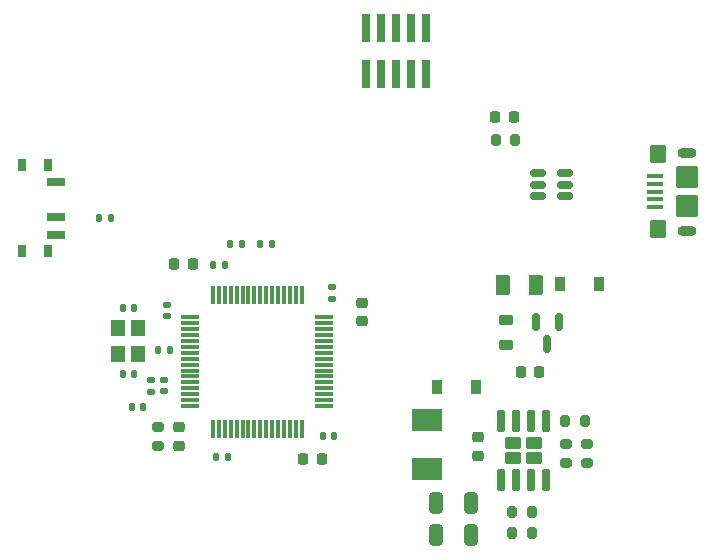
<source format=gbr>
%TF.GenerationSoftware,KiCad,Pcbnew,8.0.1*%
%TF.CreationDate,2024-05-01T14:41:19+05:45*%
%TF.ProjectId,STM32F4_Breakout_REV2,53544d33-3246-4345-9f42-7265616b6f75,rev?*%
%TF.SameCoordinates,Original*%
%TF.FileFunction,Paste,Top*%
%TF.FilePolarity,Positive*%
%FSLAX46Y46*%
G04 Gerber Fmt 4.6, Leading zero omitted, Abs format (unit mm)*
G04 Created by KiCad (PCBNEW 8.0.1) date 2024-05-01 14:41:19*
%MOMM*%
%LPD*%
G01*
G04 APERTURE LIST*
G04 Aperture macros list*
%AMRoundRect*
0 Rectangle with rounded corners*
0 $1 Rounding radius*
0 $2 $3 $4 $5 $6 $7 $8 $9 X,Y pos of 4 corners*
0 Add a 4 corners polygon primitive as box body*
4,1,4,$2,$3,$4,$5,$6,$7,$8,$9,$2,$3,0*
0 Add four circle primitives for the rounded corners*
1,1,$1+$1,$2,$3*
1,1,$1+$1,$4,$5*
1,1,$1+$1,$6,$7*
1,1,$1+$1,$8,$9*
0 Add four rect primitives between the rounded corners*
20,1,$1+$1,$2,$3,$4,$5,0*
20,1,$1+$1,$4,$5,$6,$7,0*
20,1,$1+$1,$6,$7,$8,$9,0*
20,1,$1+$1,$8,$9,$2,$3,0*%
G04 Aperture macros list end*
%ADD10RoundRect,0.250000X0.375000X0.625000X-0.375000X0.625000X-0.375000X-0.625000X0.375000X-0.625000X0*%
%ADD11RoundRect,0.225000X0.250000X-0.225000X0.250000X0.225000X-0.250000X0.225000X-0.250000X-0.225000X0*%
%ADD12RoundRect,0.218750X0.256250X-0.218750X0.256250X0.218750X-0.256250X0.218750X-0.256250X-0.218750X0*%
%ADD13RoundRect,0.250000X0.455000X-0.280000X0.455000X0.280000X-0.455000X0.280000X-0.455000X-0.280000X0*%
%ADD14RoundRect,0.150000X0.150000X-0.820000X0.150000X0.820000X-0.150000X0.820000X-0.150000X-0.820000X0*%
%ADD15RoundRect,0.218750X0.218750X0.256250X-0.218750X0.256250X-0.218750X-0.256250X0.218750X-0.256250X0*%
%ADD16RoundRect,0.200000X0.200000X0.275000X-0.200000X0.275000X-0.200000X-0.275000X0.200000X-0.275000X0*%
%ADD17R,0.900000X1.200000*%
%ADD18RoundRect,0.140000X0.170000X-0.140000X0.170000X0.140000X-0.170000X0.140000X-0.170000X-0.140000X0*%
%ADD19R,1.200000X1.400000*%
%ADD20RoundRect,0.200000X-0.200000X-0.275000X0.200000X-0.275000X0.200000X0.275000X-0.200000X0.275000X0*%
%ADD21RoundRect,0.140000X0.140000X0.170000X-0.140000X0.170000X-0.140000X-0.170000X0.140000X-0.170000X0*%
%ADD22R,0.800000X1.000000*%
%ADD23R,1.500000X0.700000*%
%ADD24RoundRect,0.140000X-0.140000X-0.170000X0.140000X-0.170000X0.140000X0.170000X-0.140000X0.170000X0*%
%ADD25RoundRect,0.150000X0.512500X0.150000X-0.512500X0.150000X-0.512500X-0.150000X0.512500X-0.150000X0*%
%ADD26R,2.500000X1.900000*%
%ADD27RoundRect,0.135000X-0.135000X-0.185000X0.135000X-0.185000X0.135000X0.185000X-0.135000X0.185000X0*%
%ADD28RoundRect,0.218750X-0.381250X0.218750X-0.381250X-0.218750X0.381250X-0.218750X0.381250X0.218750X0*%
%ADD29RoundRect,0.135000X0.135000X0.185000X-0.135000X0.185000X-0.135000X-0.185000X0.135000X-0.185000X0*%
%ADD30RoundRect,0.250000X-0.325000X-0.650000X0.325000X-0.650000X0.325000X0.650000X-0.325000X0.650000X0*%
%ADD31RoundRect,0.075000X-0.700000X-0.075000X0.700000X-0.075000X0.700000X0.075000X-0.700000X0.075000X0*%
%ADD32RoundRect,0.075000X-0.075000X-0.700000X0.075000X-0.700000X0.075000X0.700000X-0.075000X0.700000X0*%
%ADD33RoundRect,0.200000X0.275000X-0.200000X0.275000X0.200000X-0.275000X0.200000X-0.275000X-0.200000X0*%
%ADD34R,0.740000X2.400000*%
%ADD35RoundRect,0.200000X-0.275000X0.200000X-0.275000X-0.200000X0.275000X-0.200000X0.275000X0.200000X0*%
%ADD36RoundRect,0.225000X-0.225000X-0.250000X0.225000X-0.250000X0.225000X0.250000X-0.225000X0.250000X0*%
%ADD37RoundRect,0.225000X0.225000X0.250000X-0.225000X0.250000X-0.225000X-0.250000X0.225000X-0.250000X0*%
%ADD38RoundRect,0.150000X-0.150000X0.587500X-0.150000X-0.587500X0.150000X-0.587500X0.150000X0.587500X0*%
%ADD39RoundRect,0.147500X-0.147500X-0.172500X0.147500X-0.172500X0.147500X0.172500X-0.147500X0.172500X0*%
%ADD40RoundRect,0.100000X0.575000X-0.100000X0.575000X0.100000X-0.575000X0.100000X-0.575000X-0.100000X0*%
%ADD41O,1.600000X0.900000*%
%ADD42RoundRect,0.250000X0.450000X-0.550000X0.450000X0.550000X-0.450000X0.550000X-0.450000X-0.550000X0*%
%ADD43RoundRect,0.250000X0.700000X-0.700000X0.700000X0.700000X-0.700000X0.700000X-0.700000X-0.700000X0*%
G04 APERTURE END LIST*
D10*
%TO.C,F1*%
X93433000Y-57498700D03*
X90633000Y-57498700D03*
%TD*%
D11*
%TO.C,C3*%
X78673000Y-60573000D03*
X78673000Y-59023000D03*
%TD*%
D12*
%TO.C,D1*%
X63221000Y-71137500D03*
X63221000Y-69562500D03*
%TD*%
D11*
%TO.C,C16*%
X88468000Y-71951000D03*
X88468000Y-70401000D03*
%TD*%
D13*
%TO.C,U2*%
X91468000Y-72176000D03*
X93218000Y-72176000D03*
X91468000Y-70866000D03*
X93218000Y-70866000D03*
D14*
X90438000Y-74001000D03*
X91708000Y-74001000D03*
X92978000Y-74001000D03*
X94248000Y-74001000D03*
X94248000Y-69041000D03*
X92978000Y-69041000D03*
X91708000Y-69041000D03*
X90438000Y-69041000D03*
%TD*%
D15*
%TO.C,D4*%
X91537500Y-43250000D03*
X89962500Y-43250000D03*
%TD*%
D16*
%TO.C,R11*%
X91650000Y-45250000D03*
X90000000Y-45250000D03*
%TD*%
D17*
%TO.C,D3*%
X85068000Y-66176000D03*
X88368000Y-66176000D03*
%TD*%
D18*
%TO.C,C7*%
X76175000Y-58666000D03*
X76175000Y-57706000D03*
%TD*%
D19*
%TO.C,Y1*%
X58053000Y-61122000D03*
X58053000Y-63322000D03*
X59753000Y-63322000D03*
X59753000Y-61122000D03*
%TD*%
D20*
%TO.C,R9*%
X95903000Y-69001000D03*
X97553000Y-69001000D03*
%TD*%
D21*
%TO.C,C13*%
X59383000Y-65016000D03*
X58423000Y-65016000D03*
%TD*%
D18*
%TO.C,C11*%
X61951000Y-66512000D03*
X61951000Y-65552000D03*
%TD*%
%TO.C,C12*%
X60825000Y-66540000D03*
X60825000Y-65580000D03*
%TD*%
D22*
%TO.C,SW1*%
X52088000Y-47350000D03*
X49878000Y-47350000D03*
X52088000Y-54650000D03*
X49878000Y-54650000D03*
D23*
X52738000Y-48750000D03*
X52738000Y-51750000D03*
X52738000Y-53250000D03*
%TD*%
D24*
%TO.C,C6*%
X75345000Y-70250000D03*
X76305000Y-70250000D03*
%TD*%
%TO.C,C10*%
X58423000Y-59428000D03*
X59383000Y-59428000D03*
%TD*%
D21*
%TO.C,C5*%
X67305000Y-72048000D03*
X66345000Y-72048000D03*
%TD*%
D25*
%TO.C,U3*%
X95887500Y-49950000D03*
X95887500Y-49000000D03*
X95887500Y-48050000D03*
X93612500Y-48050000D03*
X93612500Y-49000000D03*
X93612500Y-49950000D03*
%TD*%
D24*
%TO.C,C9*%
X66095000Y-55798000D03*
X67055000Y-55798000D03*
%TD*%
D17*
%TO.C,D2*%
X95463000Y-57458700D03*
X98763000Y-57458700D03*
%TD*%
D26*
%TO.C,L2*%
X84228000Y-68951000D03*
X84228000Y-73051000D03*
%TD*%
D27*
%TO.C,R6*%
X67490000Y-54000000D03*
X68510000Y-54000000D03*
%TD*%
D20*
%TO.C,R4*%
X91403000Y-76751000D03*
X93053000Y-76751000D03*
%TD*%
D28*
%TO.C,FB1*%
X90883000Y-60436200D03*
X90883000Y-62561200D03*
%TD*%
D29*
%TO.C,R2*%
X71097000Y-54000000D03*
X70077000Y-54000000D03*
%TD*%
D30*
%TO.C,C15*%
X84993000Y-78676000D03*
X87943000Y-78676000D03*
%TD*%
D31*
%TO.C,U1*%
X64150000Y-60250000D03*
X64150000Y-60750000D03*
X64150000Y-61250000D03*
X64150000Y-61750000D03*
X64150000Y-62250000D03*
X64150000Y-62750000D03*
X64150000Y-63250000D03*
X64150000Y-63750000D03*
X64150000Y-64250000D03*
X64150000Y-64750000D03*
X64150000Y-65250000D03*
X64150000Y-65750000D03*
X64150000Y-66250000D03*
X64150000Y-66750000D03*
X64150000Y-67250000D03*
X64150000Y-67750000D03*
D32*
X66075000Y-69675000D03*
X66575000Y-69675000D03*
X67075000Y-69675000D03*
X67575000Y-69675000D03*
X68075000Y-69675000D03*
X68575000Y-69675000D03*
X69075000Y-69675000D03*
X69575000Y-69675000D03*
X70075000Y-69675000D03*
X70575000Y-69675000D03*
X71075000Y-69675000D03*
X71575000Y-69675000D03*
X72075000Y-69675000D03*
X72575000Y-69675000D03*
X73075000Y-69675000D03*
X73575000Y-69675000D03*
D31*
X75500000Y-67750000D03*
X75500000Y-67250000D03*
X75500000Y-66750000D03*
X75500000Y-66250000D03*
X75500000Y-65750000D03*
X75500000Y-65250000D03*
X75500000Y-64750000D03*
X75500000Y-64250000D03*
X75500000Y-63750000D03*
X75500000Y-63250000D03*
X75500000Y-62750000D03*
X75500000Y-62250000D03*
X75500000Y-61750000D03*
X75500000Y-61250000D03*
X75500000Y-60750000D03*
X75500000Y-60250000D03*
D32*
X73575000Y-58325000D03*
X73075000Y-58325000D03*
X72575000Y-58325000D03*
X72075000Y-58325000D03*
X71575000Y-58325000D03*
X71075000Y-58325000D03*
X70575000Y-58325000D03*
X70075000Y-58325000D03*
X69575000Y-58325000D03*
X69075000Y-58325000D03*
X68575000Y-58325000D03*
X68075000Y-58325000D03*
X67575000Y-58325000D03*
X67075000Y-58325000D03*
X66575000Y-58325000D03*
X66075000Y-58325000D03*
%TD*%
D33*
%TO.C,R1*%
X61443000Y-71175000D03*
X61443000Y-69525000D03*
%TD*%
D34*
%TO.C,J4*%
X84074000Y-35724000D03*
X84074000Y-39624000D03*
X82804000Y-35724000D03*
X82804000Y-39624000D03*
X81534000Y-35724000D03*
X81534000Y-39624000D03*
X80264000Y-35724000D03*
X80264000Y-39624000D03*
X78994000Y-35724000D03*
X78994000Y-39624000D03*
%TD*%
D18*
%TO.C,C4*%
X62173000Y-60162000D03*
X62173000Y-59202000D03*
%TD*%
D35*
%TO.C,R10*%
X97728000Y-70926000D03*
X97728000Y-72576000D03*
%TD*%
D16*
%TO.C,R5*%
X93053000Y-78501000D03*
X91403000Y-78501000D03*
%TD*%
D36*
%TO.C,C8*%
X92108000Y-64883700D03*
X93658000Y-64883700D03*
%TD*%
D29*
%TO.C,R3*%
X57406000Y-51816000D03*
X56386000Y-51816000D03*
%TD*%
D37*
%TO.C,C2*%
X64350000Y-55750000D03*
X62800000Y-55750000D03*
%TD*%
D29*
%TO.C,R7*%
X62463000Y-62984000D03*
X61443000Y-62984000D03*
%TD*%
D38*
%TO.C,Q1*%
X95333000Y-60623700D03*
X93433000Y-60623700D03*
X94383000Y-62498700D03*
%TD*%
D33*
%TO.C,R8*%
X95978000Y-72576000D03*
X95978000Y-70926000D03*
%TD*%
D30*
%TO.C,C14*%
X84993000Y-75926000D03*
X87943000Y-75926000D03*
%TD*%
D39*
%TO.C,L1*%
X59180000Y-67810000D03*
X60150000Y-67810000D03*
%TD*%
D40*
%TO.C,J1*%
X103497000Y-50900000D03*
X103497000Y-50250000D03*
X103497000Y-49600000D03*
X103497000Y-48950000D03*
X103497000Y-48300000D03*
D41*
X106172000Y-52900000D03*
D42*
X103722000Y-52800000D03*
D43*
X106172000Y-50800000D03*
X106172000Y-48400000D03*
D42*
X103722000Y-46400000D03*
D41*
X106172000Y-46300000D03*
%TD*%
D36*
%TO.C,C1*%
X73725000Y-72250000D03*
X75275000Y-72250000D03*
%TD*%
M02*

</source>
